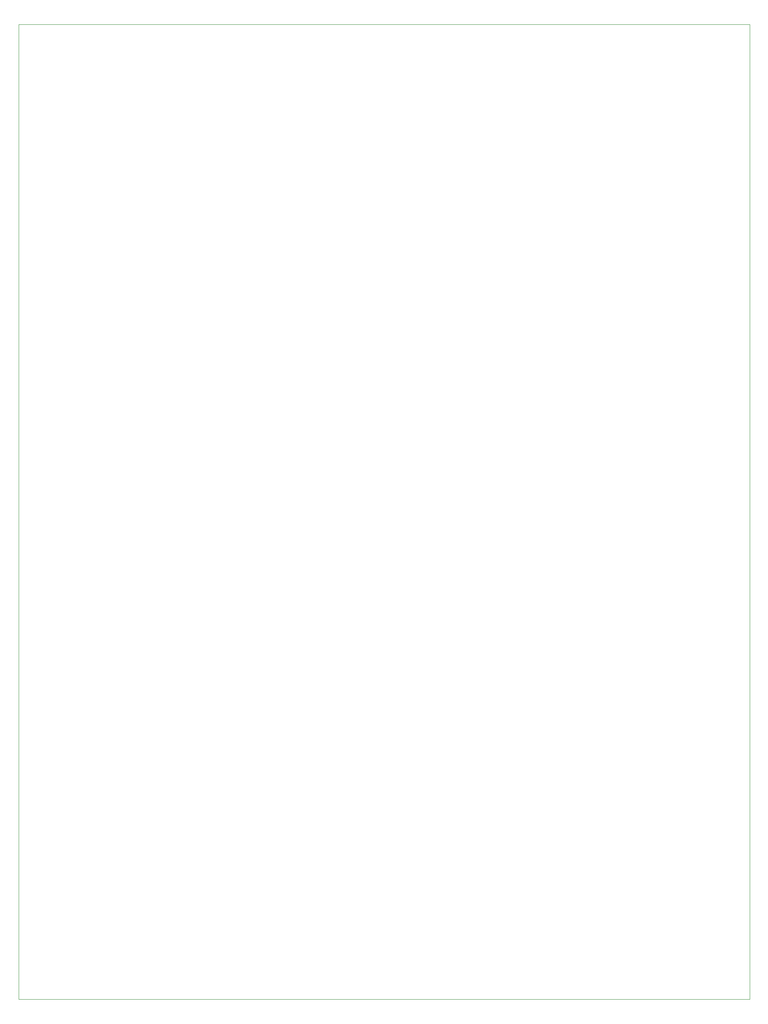
<source format=gm1>
G04 #@! TF.GenerationSoftware,KiCad,Pcbnew,(6.0.2)*
G04 #@! TF.CreationDate,2022-07-06T14:10:19-04:00*
G04 #@! TF.ProjectId,FilterMotherboard,46696c74-6572-44d6-9f74-686572626f61,rev?*
G04 #@! TF.SameCoordinates,Original*
G04 #@! TF.FileFunction,Profile,NP*
%FSLAX46Y46*%
G04 Gerber Fmt 4.6, Leading zero omitted, Abs format (unit mm)*
G04 Created by KiCad (PCBNEW (6.0.2)) date 2022-07-06 14:10:19*
%MOMM*%
%LPD*%
G01*
G04 APERTURE LIST*
G04 #@! TA.AperFunction,Profile*
%ADD10C,0.100000*%
G04 #@! TD*
G04 APERTURE END LIST*
D10*
X0Y0D02*
X152400000Y0D01*
X152400000Y0D02*
X152400000Y-203200000D01*
X152400000Y-203200000D02*
X0Y-203200000D01*
X0Y-203200000D02*
X0Y0D01*
M02*

</source>
